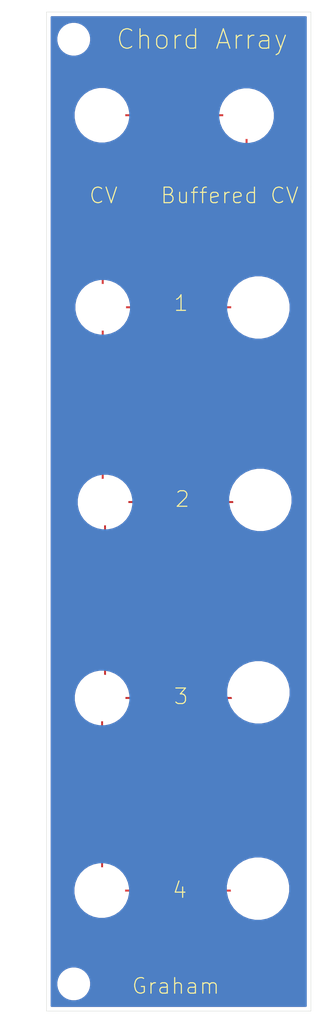
<source format=kicad_pcb>
(kicad_pcb (version 20171130) (host pcbnew 5.1.6-1.fc31)

  (general
    (thickness 1.6)
    (drawings 20)
    (tracks 21)
    (zones 0)
    (modules 12)
    (nets 1)
  )

  (page A4)
  (layers
    (0 F.Cu signal)
    (31 B.Cu signal)
    (32 B.Adhes user)
    (33 F.Adhes user)
    (34 B.Paste user)
    (35 F.Paste user)
    (36 B.SilkS user)
    (37 F.SilkS user)
    (38 B.Mask user)
    (39 F.Mask user)
    (40 Dwgs.User user)
    (41 Cmts.User user)
    (42 Eco1.User user)
    (43 Eco2.User user)
    (44 Edge.Cuts user)
    (45 Margin user)
    (46 B.CrtYd user)
    (47 F.CrtYd user)
    (48 B.Fab user)
    (49 F.Fab user)
  )

  (setup
    (last_trace_width 0.25)
    (trace_clearance 0.2)
    (zone_clearance 0.508)
    (zone_45_only no)
    (trace_min 0.2)
    (via_size 0.8)
    (via_drill 0.4)
    (via_min_size 0.4)
    (via_min_drill 0.3)
    (uvia_size 0.3)
    (uvia_drill 0.1)
    (uvias_allowed no)
    (uvia_min_size 0.2)
    (uvia_min_drill 0.1)
    (edge_width 0.05)
    (segment_width 0.2)
    (pcb_text_width 0.3)
    (pcb_text_size 1.5 1.5)
    (mod_edge_width 0.12)
    (mod_text_size 1 1)
    (mod_text_width 0.15)
    (pad_size 7 7)
    (pad_drill 7)
    (pad_to_mask_clearance 0.05)
    (aux_axis_origin 0 0)
    (grid_origin 104.5 124.5)
    (visible_elements FFFFFF7F)
    (pcbplotparams
      (layerselection 0x010f0_ffffffff)
      (usegerberextensions false)
      (usegerberattributes false)
      (usegerberadvancedattributes true)
      (creategerberjobfile false)
      (excludeedgelayer true)
      (linewidth 0.100000)
      (plotframeref false)
      (viasonmask false)
      (mode 1)
      (useauxorigin false)
      (hpglpennumber 1)
      (hpglpenspeed 20)
      (hpglpendiameter 15.000000)
      (psnegative false)
      (psa4output false)
      (plotreference true)
      (plotvalue true)
      (plotinvisibletext false)
      (padsonsilk false)
      (subtractmaskfromsilk false)
      (outputformat 1)
      (mirror false)
      (drillshape 0)
      (scaleselection 1)
      (outputdirectory "gerbers/faceplate/"))
  )

  (net 0 "")

  (net_class Default "This is the default net class."
    (clearance 0.2)
    (trace_width 0.25)
    (via_dia 0.8)
    (via_drill 0.4)
    (uvia_dia 0.3)
    (uvia_drill 0.1)
  )

  (module MountingHole:MountingHole_3.2mm_M3 (layer F.Cu) (tedit 56D1B4CB) (tstamp 5EEC024D)
    (at 122 34.5)
    (descr "Mounting Hole 3.2mm, no annular, M3")
    (tags "mounting hole 3.2mm no annular m3")
    (attr virtual)
    (fp_text reference REF** (at 0 -4.2) (layer F.Fab)
      (effects (font (size 1 1) (thickness 0.15)))
    )
    (fp_text value MountingHole_3.2mm_M3 (at 0 4.2) (layer F.Fab)
      (effects (font (size 1 1) (thickness 0.15)))
    )
    (fp_circle (center 0 0) (end 3.2 0) (layer Cmts.User) (width 0.15))
    (fp_circle (center 0 0) (end 3.45 0) (layer F.CrtYd) (width 0.05))
    (fp_text user %R (at 0.3 0) (layer F.Fab)
      (effects (font (size 1 1) (thickness 0.15)))
    )
    (pad 1 np_thru_hole circle (at 0 0) (size 3.2 3.2) (drill 3.2) (layers *.Cu *.Mask))
  )

  (module MountingHole:MountingHole_3.2mm_M3 (layer F.Cu) (tedit 56D1B4CB) (tstamp 5EEC05F9)
    (at 122 156)
    (descr "Mounting Hole 3.2mm, no annular, M3")
    (tags "mounting hole 3.2mm no annular m3")
    (attr virtual)
    (fp_text reference REF** (at 0 -4.2) (layer F.Fab)
      (effects (font (size 1 1) (thickness 0.15)))
    )
    (fp_text value MountingHole_3.2mm_M3 (at 0 4.2) (layer F.Fab)
      (effects (font (size 1 1) (thickness 0.15)))
    )
    (fp_circle (center 0 0) (end 3.2 0) (layer Cmts.User) (width 0.15))
    (fp_circle (center 0 0) (end 3.45 0) (layer F.CrtYd) (width 0.05))
    (fp_text user %R (at 0.3 0) (layer F.Fab)
      (effects (font (size 1 1) (thickness 0.15)))
    )
    (pad 1 np_thru_hole circle (at 0 0) (size 3.2 3.2) (drill 3.2) (layers *.Cu *.Mask))
  )

  (module MountingHole:MountingHole_6.4mm_M6 (layer F.Cu) (tedit 5EEBB9D8) (tstamp 5EEBFE64)
    (at 145.7 143.75)
    (descr "Mounting Hole 6.4mm, no annular, M6")
    (tags "mounting hole 6.4mm no annular m6")
    (attr virtual)
    (fp_text reference REF** (at 0 -7.4) (layer F.Fab)
      (effects (font (size 1 1) (thickness 0.15)))
    )
    (fp_text value MountingHole_6.4mm_M6 (at 0 7.4) (layer F.Fab)
      (effects (font (size 1 1) (thickness 0.15)))
    )
    (fp_circle (center 0 0) (end 6.4 0) (layer Cmts.User) (width 0.15))
    (fp_circle (center 0 0) (end 6.65 0) (layer F.CrtYd) (width 0.05))
    (fp_text user %R (at 0.3 0) (layer F.Fab)
      (effects (font (size 1 1) (thickness 0.15)))
    )
    (pad "" np_thru_hole circle (at 0 0) (size 7 7) (drill 7) (layers *.Cu *.Mask))
  )

  (module MountingHole:MountingHole_6.4mm_M6 (layer F.Cu) (tedit 5EEBB9D2) (tstamp 5EEBFDB9)
    (at 145.75 118.5)
    (descr "Mounting Hole 6.4mm, no annular, M6")
    (tags "mounting hole 6.4mm no annular m6")
    (attr virtual)
    (fp_text reference REF** (at 0 -7.4) (layer F.Fab)
      (effects (font (size 1 1) (thickness 0.15)))
    )
    (fp_text value MountingHole_6.4mm_M6 (at 0 7.4) (layer F.Fab)
      (effects (font (size 1 1) (thickness 0.15)))
    )
    (fp_circle (center 0 0) (end 6.4 0) (layer Cmts.User) (width 0.15))
    (fp_circle (center 0 0) (end 6.65 0) (layer F.CrtYd) (width 0.05))
    (fp_text user %R (at 0.3 0) (layer F.Fab)
      (effects (font (size 1 1) (thickness 0.15)))
    )
    (pad "" np_thru_hole circle (at 0 0) (size 7 7) (drill 7) (layers *.Cu *.Mask))
  )

  (module MountingHole:MountingHole_6.4mm_M6 (layer F.Cu) (tedit 5EEBB9CB) (tstamp 5EEBFDB9)
    (at 146 93.75)
    (descr "Mounting Hole 6.4mm, no annular, M6")
    (tags "mounting hole 6.4mm no annular m6")
    (attr virtual)
    (fp_text reference REF** (at 0 -7.4) (layer F.Fab)
      (effects (font (size 1 1) (thickness 0.15)))
    )
    (fp_text value MountingHole_6.4mm_M6 (at 0 7.4) (layer F.Fab)
      (effects (font (size 1 1) (thickness 0.15)))
    )
    (fp_circle (center 0 0) (end 6.4 0) (layer Cmts.User) (width 0.15))
    (fp_circle (center 0 0) (end 6.65 0) (layer F.CrtYd) (width 0.05))
    (fp_text user %R (at 0.3 0) (layer F.Fab)
      (effects (font (size 1 1) (thickness 0.15)))
    )
    (pad "" np_thru_hole circle (at 0 0) (size 7 7) (drill 7) (layers *.Cu *.Mask))
  )

  (module MountingHole:MountingHole_6.4mm_M6 (layer F.Cu) (tedit 5EEBB9C4) (tstamp 5EEBFCDC)
    (at 145.75 69)
    (descr "Mounting Hole 6.4mm, no annular, M6")
    (tags "mounting hole 6.4mm no annular m6")
    (attr virtual)
    (fp_text reference REF** (at 0 -7.4) (layer F.Fab)
      (effects (font (size 1 1) (thickness 0.15)))
    )
    (fp_text value MountingHole_6.4mm_M6 (at 0 7.4) (layer F.Fab)
      (effects (font (size 1 1) (thickness 0.15)))
    )
    (fp_circle (center 0 0) (end 6.4 0) (layer Cmts.User) (width 0.15))
    (fp_circle (center 0 0) (end 6.65 0) (layer F.CrtYd) (width 0.05))
    (fp_text user %R (at 0.3 0) (layer F.Fab)
      (effects (font (size 1 1) (thickness 0.15)))
    )
    (pad "" np_thru_hole circle (at 0 0) (size 7 7) (drill 7) (layers *.Cu *.Mask))
  )

  (module MountingHole:MountingHole_6.4mm_M6 (layer F.Cu) (tedit 5EEB97CD) (tstamp 5EEBFC07)
    (at 144.225 44.325)
    (descr "Mounting Hole 6.4mm, no annular, M6")
    (tags "mounting hole 6.4mm no annular m6")
    (attr virtual)
    (fp_text reference REF** (at 0 -7.4) (layer F.Fab)
      (effects (font (size 1 1) (thickness 0.15)))
    )
    (fp_text value MountingHole_6.4mm_M6 (at 0 7.4) (layer F.Fab)
      (effects (font (size 1 1) (thickness 0.15)))
    )
    (fp_circle (center 0 0) (end 6.4 0) (layer Cmts.User) (width 0.15))
    (fp_circle (center 0 0) (end 6.65 0) (layer F.CrtYd) (width 0.05))
    (fp_text user %R (at 0.3 0) (layer F.Fab)
      (effects (font (size 1 1) (thickness 0.15)))
    )
    (pad "" np_thru_hole circle (at 0 0) (size 6 6) (drill 6) (layers *.Cu *.Mask))
  )

  (module MountingHole:MountingHole_6.4mm_M6 (layer F.Cu) (tedit 5EEB97CD) (tstamp 5EEBFC07)
    (at 125.625 44.275)
    (descr "Mounting Hole 6.4mm, no annular, M6")
    (tags "mounting hole 6.4mm no annular m6")
    (attr virtual)
    (fp_text reference REF** (at 0 -7.4) (layer F.Fab)
      (effects (font (size 1 1) (thickness 0.15)))
    )
    (fp_text value MountingHole_6.4mm_M6 (at 0 7.4) (layer F.Fab)
      (effects (font (size 1 1) (thickness 0.15)))
    )
    (fp_circle (center 0 0) (end 6.4 0) (layer Cmts.User) (width 0.15))
    (fp_circle (center 0 0) (end 6.65 0) (layer F.CrtYd) (width 0.05))
    (fp_text user %R (at 0.3 0) (layer F.Fab)
      (effects (font (size 1 1) (thickness 0.15)))
    )
    (pad "" np_thru_hole circle (at 0 0) (size 6 6) (drill 6) (layers *.Cu *.Mask))
  )

  (module MountingHole:MountingHole_6.4mm_M6 (layer F.Cu) (tedit 5EEBB9BA) (tstamp 5EEBFC07)
    (at 125.725 68.975)
    (descr "Mounting Hole 6.4mm, no annular, M6")
    (tags "mounting hole 6.4mm no annular m6")
    (attr virtual)
    (fp_text reference REF** (at 0 -7.4) (layer F.Fab)
      (effects (font (size 1 1) (thickness 0.15)))
    )
    (fp_text value MountingHole_6.4mm_M6 (at 0 7.4) (layer F.Fab)
      (effects (font (size 1 1) (thickness 0.15)))
    )
    (fp_circle (center 0 0) (end 6.4 0) (layer Cmts.User) (width 0.15))
    (fp_circle (center 0 0) (end 6.65 0) (layer F.CrtYd) (width 0.05))
    (fp_text user %R (at 0.3 0) (layer F.Fab)
      (effects (font (size 1 1) (thickness 0.15)))
    )
    (pad "" np_thru_hole circle (at 0 0) (size 6 6) (drill 6) (layers *.Cu *.Mask))
  )

  (module MountingHole:MountingHole_6.4mm_M6 (layer F.Cu) (tedit 5EEB97CD) (tstamp 5EEBFC07)
    (at 126.025 94.025)
    (descr "Mounting Hole 6.4mm, no annular, M6")
    (tags "mounting hole 6.4mm no annular m6")
    (attr virtual)
    (fp_text reference REF** (at 0 -7.4) (layer F.Fab)
      (effects (font (size 1 1) (thickness 0.15)))
    )
    (fp_text value MountingHole_6.4mm_M6 (at 0 7.4) (layer F.Fab)
      (effects (font (size 1 1) (thickness 0.15)))
    )
    (fp_circle (center 0 0) (end 6.4 0) (layer Cmts.User) (width 0.15))
    (fp_circle (center 0 0) (end 6.65 0) (layer F.CrtYd) (width 0.05))
    (fp_text user %R (at 0.3 0) (layer F.Fab)
      (effects (font (size 1 1) (thickness 0.15)))
    )
    (pad "" np_thru_hole circle (at 0 0) (size 6 6) (drill 6) (layers *.Cu *.Mask))
  )

  (module MountingHole:MountingHole_6.4mm_M6 (layer F.Cu) (tedit 5EEB97CD) (tstamp 5EEBFC07)
    (at 125.65 119.225)
    (descr "Mounting Hole 6.4mm, no annular, M6")
    (tags "mounting hole 6.4mm no annular m6")
    (attr virtual)
    (fp_text reference REF** (at 0 -7.4) (layer F.Fab)
      (effects (font (size 1 1) (thickness 0.15)))
    )
    (fp_text value MountingHole_6.4mm_M6 (at 0 7.4) (layer F.Fab)
      (effects (font (size 1 1) (thickness 0.15)))
    )
    (fp_circle (center 0 0) (end 6.4 0) (layer Cmts.User) (width 0.15))
    (fp_circle (center 0 0) (end 6.65 0) (layer F.CrtYd) (width 0.05))
    (fp_text user %R (at 0.3 0) (layer F.Fab)
      (effects (font (size 1 1) (thickness 0.15)))
    )
    (pad "" np_thru_hole circle (at 0 0) (size 6 6) (drill 6) (layers *.Cu *.Mask))
  )

  (module MountingHole:MountingHole_6.4mm_M6 (layer F.Cu) (tedit 5EEB97CD) (tstamp 5EEBFBB8)
    (at 125.6 144)
    (descr "Mounting Hole 6.4mm, no annular, M6")
    (tags "mounting hole 6.4mm no annular m6")
    (attr virtual)
    (fp_text reference REF** (at 0 -7.4) (layer F.Fab)
      (effects (font (size 1 1) (thickness 0.15)))
    )
    (fp_text value MountingHole_6.4mm_M6 (at 0 7.4) (layer F.Fab)
      (effects (font (size 1 1) (thickness 0.15)))
    )
    (fp_circle (center 0 0) (end 6.4 0) (layer Cmts.User) (width 0.15))
    (fp_circle (center 0 0) (end 6.65 0) (layer F.CrtYd) (width 0.05))
    (fp_text user %R (at 0.3 0) (layer F.Fab)
      (effects (font (size 1 1) (thickness 0.15)))
    )
    (pad "" np_thru_hole circle (at 0 0) (size 6 6) (drill 6) (layers *.Cu *.Mask))
  )

  (gr_text 4 (at 135.625 143.95) (layer F.SilkS)
    (effects (font (size 2 2) (thickness 0.15)))
  )
  (gr_text 3 (at 135.8 119.025) (layer F.SilkS)
    (effects (font (size 2 2) (thickness 0.15)))
  )
  (gr_text 2 (at 135.975 93.65) (layer F.SilkS)
    (effects (font (size 2 2) (thickness 0.15)))
  )
  (gr_text 1 (at 135.8 68.45) (layer F.SilkS)
    (effects (font (size 2 2) (thickness 0.15)))
  )
  (gr_text "Buffered CV\n" (at 142.05 54.6) (layer F.SilkS)
    (effects (font (size 2 2) (thickness 0.15)))
  )
  (gr_text CV (at 125.825 54.6) (layer F.SilkS)
    (effects (font (size 2 2) (thickness 0.15)))
  )
  (gr_text Graham (at 135.125 156.275) (layer F.SilkS)
    (effects (font (size 2 2) (thickness 0.15)))
  )
  (gr_text "Chord Array" (at 138.5 34.5) (layer F.SilkS)
    (effects (font (size 2.5 2.5) (thickness 0.15)))
  )
  (gr_line (start 152.5 31) (end 152.5 39) (layer Edge.Cuts) (width 0.05) (tstamp 5EEAE0BC))
  (gr_line (start 118.5 31) (end 118.5 39) (layer Edge.Cuts) (width 0.05) (tstamp 5EEAE09E))
  (gr_line (start 152.5 31) (end 118.5 31) (layer Edge.Cuts) (width 0.05))
  (gr_line (start 152.5 151.5) (end 152.5 159.5) (layer Edge.Cuts) (width 0.05) (tstamp 5EEAE07D))
  (gr_line (start 118.5 159.5) (end 118.5 151.5) (layer Edge.Cuts) (width 0.05) (tstamp 5EEAE079))
  (gr_line (start 152.5 159.5) (end 118.5 159.5) (layer Edge.Cuts) (width 0.05))
  (gr_line (start 118.5 53.5) (end 118.5 39) (layer Edge.Cuts) (width 0.05))
  (gr_line (start 152.5 53.5) (end 152.5 39) (layer Edge.Cuts) (width 0.05))
  (gr_line (start 152.5 134.5) (end 152.5 151.5) (layer Edge.Cuts) (width 0.05))
  (gr_line (start 118.5 134.5) (end 118.5 151.5) (layer Edge.Cuts) (width 0.05) (tstamp 5EEAD815))
  (gr_line (start 118.5 134.5) (end 118.5 53.5) (layer Edge.Cuts) (width 0.05))
  (gr_line (start 152.5 134.5) (end 152.5 53.5) (layer Edge.Cuts) (width 0.05))

  (segment (start 144.175 44.275) (end 144.225 44.325) (width 0.25) (layer F.Cu) (net 0))
  (segment (start 125.625 44.275) (end 144.175 44.275) (width 0.25) (layer F.Cu) (net 0))
  (segment (start 145.725 68.975) (end 145.75 69) (width 0.25) (layer F.Cu) (net 0))
  (segment (start 125.725 68.975) (end 145.725 68.975) (width 0.25) (layer F.Cu) (net 0))
  (segment (start 145.725 94.025) (end 146 93.75) (width 0.25) (layer F.Cu) (net 0))
  (segment (start 126.025 94.025) (end 145.725 94.025) (width 0.25) (layer F.Cu) (net 0))
  (segment (start 145.025 119.225) (end 145.75 118.5) (width 0.25) (layer F.Cu) (net 0))
  (segment (start 125.65 119.225) (end 145.025 119.225) (width 0.25) (layer F.Cu) (net 0))
  (segment (start 145.45 144) (end 145.7 143.75) (width 0.25) (layer F.Cu) (net 0))
  (segment (start 125.6 144) (end 145.45 144) (width 0.25) (layer F.Cu) (net 0))
  (segment (start 144.225 44.325) (end 144.225 51.755) (width 0.25) (layer F.Cu) (net 0))
  (segment (start 144.225 51.755) (end 138.79 57.19) (width 0.25) (layer F.Cu) (net 0))
  (segment (start 138.79 57.19) (end 131.17 57.19) (width 0.25) (layer F.Cu) (net 0))
  (segment (start 125.725 62.635) (end 125.725 68.975) (width 0.25) (layer F.Cu) (net 0))
  (segment (start 131.17 57.19) (end 125.725 62.635) (width 0.25) (layer F.Cu) (net 0))
  (segment (start 125.725 93.725) (end 126.025 94.025) (width 0.25) (layer F.Cu) (net 0))
  (segment (start 125.725 68.975) (end 125.725 93.725) (width 0.25) (layer F.Cu) (net 0))
  (segment (start 126.025 118.85) (end 125.65 119.225) (width 0.25) (layer F.Cu) (net 0))
  (segment (start 126.025 94.025) (end 126.025 118.85) (width 0.25) (layer F.Cu) (net 0))
  (segment (start 125.65 143.95) (end 125.6 144) (width 0.25) (layer F.Cu) (net 0))
  (segment (start 125.65 119.225) (end 125.65 143.95) (width 0.25) (layer F.Cu) (net 0))

  (zone (net 0) (net_name "") (layer F.Cu) (tstamp 0) (hatch edge 0.508)
    (connect_pads (clearance 0.508))
    (min_thickness 0.254)
    (fill yes (arc_segments 32) (thermal_gap 0.508) (thermal_bridge_width 0.508))
    (polygon
      (pts
        (xy 152.125 159.425) (xy 118.47 159.425) (xy 118.47 31.155) (xy 152.125 31.155)
      )
    )
    (filled_polygon
      (pts
        (xy 151.840001 38.967581) (xy 151.84 53.532418) (xy 151.840001 53.532428) (xy 151.84 134.467581) (xy 151.84 134.467582)
        (xy 151.840001 151.467572) (xy 151.84 151.467582) (xy 151.840001 158.84) (xy 119.16 158.84) (xy 119.16 155.779872)
        (xy 119.765 155.779872) (xy 119.765 156.220128) (xy 119.85089 156.651925) (xy 120.019369 157.058669) (xy 120.263962 157.424729)
        (xy 120.575271 157.736038) (xy 120.941331 157.980631) (xy 121.348075 158.14911) (xy 121.779872 158.235) (xy 122.220128 158.235)
        (xy 122.651925 158.14911) (xy 123.058669 157.980631) (xy 123.424729 157.736038) (xy 123.736038 157.424729) (xy 123.980631 157.058669)
        (xy 124.14911 156.651925) (xy 124.235 156.220128) (xy 124.235 155.779872) (xy 124.14911 155.348075) (xy 123.980631 154.941331)
        (xy 123.736038 154.575271) (xy 123.424729 154.263962) (xy 123.058669 154.019369) (xy 122.651925 153.85089) (xy 122.220128 153.765)
        (xy 121.779872 153.765) (xy 121.348075 153.85089) (xy 120.941331 154.019369) (xy 120.575271 154.263962) (xy 120.263962 154.575271)
        (xy 120.019369 154.941331) (xy 119.85089 155.348075) (xy 119.765 155.779872) (xy 119.16 155.779872) (xy 119.16 143.641984)
        (xy 121.965 143.641984) (xy 121.965 144.358016) (xy 122.104691 145.06029) (xy 122.378705 145.721818) (xy 122.776511 146.317177)
        (xy 123.282823 146.823489) (xy 123.878182 147.221295) (xy 124.53971 147.495309) (xy 125.241984 147.635) (xy 125.958016 147.635)
        (xy 126.66029 147.495309) (xy 127.321818 147.221295) (xy 127.917177 146.823489) (xy 128.423489 146.317177) (xy 128.821295 145.721818)
        (xy 129.095309 145.06029) (xy 129.15504 144.76) (xy 141.684892 144.76) (xy 141.723906 144.956135) (xy 142.035611 145.708657)
        (xy 142.488136 146.385909) (xy 143.064091 146.961864) (xy 143.741343 147.414389) (xy 144.493865 147.726094) (xy 145.292738 147.885)
        (xy 146.107262 147.885) (xy 146.906135 147.726094) (xy 147.658657 147.414389) (xy 148.335909 146.961864) (xy 148.911864 146.385909)
        (xy 149.364389 145.708657) (xy 149.676094 144.956135) (xy 149.835 144.157262) (xy 149.835 143.342738) (xy 149.676094 142.543865)
        (xy 149.364389 141.791343) (xy 148.911864 141.114091) (xy 148.335909 140.538136) (xy 147.658657 140.085611) (xy 146.906135 139.773906)
        (xy 146.107262 139.615) (xy 145.292738 139.615) (xy 144.493865 139.773906) (xy 143.741343 140.085611) (xy 143.064091 140.538136)
        (xy 142.488136 141.114091) (xy 142.035611 141.791343) (xy 141.723906 142.543865) (xy 141.585436 143.24) (xy 129.15504 143.24)
        (xy 129.095309 142.93971) (xy 128.821295 142.278182) (xy 128.423489 141.682823) (xy 127.917177 141.176511) (xy 127.321818 140.778705)
        (xy 126.66029 140.504691) (xy 126.41 140.454905) (xy 126.41 122.78004) (xy 126.71029 122.720309) (xy 127.371818 122.446295)
        (xy 127.967177 122.048489) (xy 128.473489 121.542177) (xy 128.871295 120.946818) (xy 129.145309 120.28529) (xy 129.20504 119.985)
        (xy 141.889416 119.985) (xy 142.085611 120.458657) (xy 142.538136 121.135909) (xy 143.114091 121.711864) (xy 143.791343 122.164389)
        (xy 144.543865 122.476094) (xy 145.342738 122.635) (xy 146.157262 122.635) (xy 146.956135 122.476094) (xy 147.708657 122.164389)
        (xy 148.385909 121.711864) (xy 148.961864 121.135909) (xy 149.414389 120.458657) (xy 149.726094 119.706135) (xy 149.885 118.907262)
        (xy 149.885 118.092738) (xy 149.726094 117.293865) (xy 149.414389 116.541343) (xy 148.961864 115.864091) (xy 148.385909 115.288136)
        (xy 147.708657 114.835611) (xy 146.956135 114.523906) (xy 146.157262 114.365) (xy 145.342738 114.365) (xy 144.543865 114.523906)
        (xy 143.791343 114.835611) (xy 143.114091 115.288136) (xy 142.538136 115.864091) (xy 142.085611 116.541343) (xy 141.773906 117.293865)
        (xy 141.615 118.092738) (xy 141.615 118.465) (xy 129.20504 118.465) (xy 129.145309 118.16471) (xy 128.871295 117.503182)
        (xy 128.473489 116.907823) (xy 127.967177 116.401511) (xy 127.371818 116.003705) (xy 126.785 115.760637) (xy 126.785 97.58004)
        (xy 127.08529 97.520309) (xy 127.746818 97.246295) (xy 128.342177 96.848489) (xy 128.848489 96.342177) (xy 129.246295 95.746818)
        (xy 129.520309 95.08529) (xy 129.58004 94.785) (xy 141.989865 94.785) (xy 142.023906 94.956135) (xy 142.335611 95.708657)
        (xy 142.788136 96.385909) (xy 143.364091 96.961864) (xy 144.041343 97.414389) (xy 144.793865 97.726094) (xy 145.592738 97.885)
        (xy 146.407262 97.885) (xy 147.206135 97.726094) (xy 147.958657 97.414389) (xy 148.635909 96.961864) (xy 149.211864 96.385909)
        (xy 149.664389 95.708657) (xy 149.976094 94.956135) (xy 150.135 94.157262) (xy 150.135 93.342738) (xy 149.976094 92.543865)
        (xy 149.664389 91.791343) (xy 149.211864 91.114091) (xy 148.635909 90.538136) (xy 147.958657 90.085611) (xy 147.206135 89.773906)
        (xy 146.407262 89.615) (xy 145.592738 89.615) (xy 144.793865 89.773906) (xy 144.041343 90.085611) (xy 143.364091 90.538136)
        (xy 142.788136 91.114091) (xy 142.335611 91.791343) (xy 142.023906 92.543865) (xy 141.880463 93.265) (xy 129.58004 93.265)
        (xy 129.520309 92.96471) (xy 129.246295 92.303182) (xy 128.848489 91.707823) (xy 128.342177 91.201511) (xy 127.746818 90.803705)
        (xy 127.08529 90.529691) (xy 126.485 90.410286) (xy 126.485 72.53004) (xy 126.78529 72.470309) (xy 127.446818 72.196295)
        (xy 128.042177 71.798489) (xy 128.548489 71.292177) (xy 128.946295 70.696818) (xy 129.220309 70.03529) (xy 129.28004 69.735)
        (xy 141.680191 69.735) (xy 141.773906 70.206135) (xy 142.085611 70.958657) (xy 142.538136 71.635909) (xy 143.114091 72.211864)
        (xy 143.791343 72.664389) (xy 144.543865 72.976094) (xy 145.342738 73.135) (xy 146.157262 73.135) (xy 146.956135 72.976094)
        (xy 147.708657 72.664389) (xy 148.385909 72.211864) (xy 148.961864 71.635909) (xy 149.414389 70.958657) (xy 149.726094 70.206135)
        (xy 149.885 69.407262) (xy 149.885 68.592738) (xy 149.726094 67.793865) (xy 149.414389 67.041343) (xy 148.961864 66.364091)
        (xy 148.385909 65.788136) (xy 147.708657 65.335611) (xy 146.956135 65.023906) (xy 146.157262 64.865) (xy 145.342738 64.865)
        (xy 144.543865 65.023906) (xy 143.791343 65.335611) (xy 143.114091 65.788136) (xy 142.538136 66.364091) (xy 142.085611 67.041343)
        (xy 141.773906 67.793865) (xy 141.690137 68.215) (xy 129.28004 68.215) (xy 129.220309 67.91471) (xy 128.946295 67.253182)
        (xy 128.548489 66.657823) (xy 128.042177 66.151511) (xy 127.446818 65.753705) (xy 126.78529 65.479691) (xy 126.485 65.41996)
        (xy 126.485 62.949801) (xy 131.484802 57.95) (xy 138.752678 57.95) (xy 138.79 57.953676) (xy 138.827322 57.95)
        (xy 138.827333 57.95) (xy 138.938986 57.939003) (xy 139.082247 57.895546) (xy 139.214276 57.824974) (xy 139.330001 57.730001)
        (xy 139.353804 57.700997) (xy 144.736003 52.318799) (xy 144.765001 52.295001) (xy 144.859974 52.179276) (xy 144.930546 52.047247)
        (xy 144.974003 51.903986) (xy 144.985 51.792333) (xy 144.985 51.792325) (xy 144.988676 51.755) (xy 144.985 51.717675)
        (xy 144.985 47.88004) (xy 145.28529 47.820309) (xy 145.946818 47.546295) (xy 146.542177 47.148489) (xy 147.048489 46.642177)
        (xy 147.446295 46.046818) (xy 147.720309 45.38529) (xy 147.86 44.683016) (xy 147.86 43.966984) (xy 147.720309 43.26471)
        (xy 147.446295 42.603182) (xy 147.048489 42.007823) (xy 146.542177 41.501511) (xy 145.946818 41.103705) (xy 145.28529 40.829691)
        (xy 144.583016 40.69) (xy 143.866984 40.69) (xy 143.16471 40.829691) (xy 142.503182 41.103705) (xy 141.907823 41.501511)
        (xy 141.401511 42.007823) (xy 141.003705 42.603182) (xy 140.729691 43.26471) (xy 140.679905 43.515) (xy 129.18004 43.515)
        (xy 129.120309 43.21471) (xy 128.846295 42.553182) (xy 128.448489 41.957823) (xy 127.942177 41.451511) (xy 127.346818 41.053705)
        (xy 126.68529 40.779691) (xy 125.983016 40.64) (xy 125.266984 40.64) (xy 124.56471 40.779691) (xy 123.903182 41.053705)
        (xy 123.307823 41.451511) (xy 122.801511 41.957823) (xy 122.403705 42.553182) (xy 122.129691 43.21471) (xy 121.99 43.916984)
        (xy 121.99 44.633016) (xy 122.129691 45.33529) (xy 122.403705 45.996818) (xy 122.801511 46.592177) (xy 123.307823 47.098489)
        (xy 123.903182 47.496295) (xy 124.56471 47.770309) (xy 125.266984 47.91) (xy 125.983016 47.91) (xy 126.68529 47.770309)
        (xy 127.346818 47.496295) (xy 127.942177 47.098489) (xy 128.448489 46.592177) (xy 128.846295 45.996818) (xy 129.120309 45.33529)
        (xy 129.18004 45.035) (xy 140.660014 45.035) (xy 140.729691 45.38529) (xy 141.003705 46.046818) (xy 141.401511 46.642177)
        (xy 141.907823 47.148489) (xy 142.503182 47.546295) (xy 143.16471 47.820309) (xy 143.465 47.88004) (xy 143.465001 51.440197)
        (xy 138.475199 56.43) (xy 131.207323 56.43) (xy 131.17 56.426324) (xy 131.132677 56.43) (xy 131.132667 56.43)
        (xy 131.021014 56.440997) (xy 130.877753 56.484454) (xy 130.745724 56.555026) (xy 130.629999 56.649999) (xy 130.606201 56.678997)
        (xy 125.214003 62.071196) (xy 125.184999 62.094999) (xy 125.129871 62.162174) (xy 125.090026 62.210724) (xy 125.019455 62.342753)
        (xy 125.019454 62.342754) (xy 124.975997 62.486015) (xy 124.965 62.597668) (xy 124.965 62.597678) (xy 124.961324 62.635)
        (xy 124.965 62.672323) (xy 124.965 65.41996) (xy 124.66471 65.479691) (xy 124.003182 65.753705) (xy 123.407823 66.151511)
        (xy 122.901511 66.657823) (xy 122.503705 67.253182) (xy 122.229691 67.91471) (xy 122.09 68.616984) (xy 122.09 69.333016)
        (xy 122.229691 70.03529) (xy 122.503705 70.696818) (xy 122.901511 71.292177) (xy 123.407823 71.798489) (xy 124.003182 72.196295)
        (xy 124.66471 72.470309) (xy 124.965 72.53004) (xy 124.965001 90.529633) (xy 124.96471 90.529691) (xy 124.303182 90.803705)
        (xy 123.707823 91.201511) (xy 123.201511 91.707823) (xy 122.803705 92.303182) (xy 122.529691 92.96471) (xy 122.39 93.666984)
        (xy 122.39 94.383016) (xy 122.529691 95.08529) (xy 122.803705 95.746818) (xy 123.201511 96.342177) (xy 123.707823 96.848489)
        (xy 124.303182 97.246295) (xy 124.96471 97.520309) (xy 125.265 97.58004) (xy 125.265001 115.595367) (xy 124.58971 115.729691)
        (xy 123.928182 116.003705) (xy 123.332823 116.401511) (xy 122.826511 116.907823) (xy 122.428705 117.503182) (xy 122.154691 118.16471)
        (xy 122.015 118.866984) (xy 122.015 119.583016) (xy 122.154691 120.28529) (xy 122.428705 120.946818) (xy 122.826511 121.542177)
        (xy 123.332823 122.048489) (xy 123.928182 122.446295) (xy 124.58971 122.720309) (xy 124.89 122.78004) (xy 124.890001 140.435014)
        (xy 124.53971 140.504691) (xy 123.878182 140.778705) (xy 123.282823 141.176511) (xy 122.776511 141.682823) (xy 122.378705 142.278182)
        (xy 122.104691 142.93971) (xy 121.965 143.641984) (xy 119.16 143.641984) (xy 119.16 34.279872) (xy 119.765 34.279872)
        (xy 119.765 34.720128) (xy 119.85089 35.151925) (xy 120.019369 35.558669) (xy 120.263962 35.924729) (xy 120.575271 36.236038)
        (xy 120.941331 36.480631) (xy 121.348075 36.64911) (xy 121.779872 36.735) (xy 122.220128 36.735) (xy 122.651925 36.64911)
        (xy 123.058669 36.480631) (xy 123.424729 36.236038) (xy 123.736038 35.924729) (xy 123.980631 35.558669) (xy 124.14911 35.151925)
        (xy 124.235 34.720128) (xy 124.235 34.279872) (xy 124.14911 33.848075) (xy 123.980631 33.441331) (xy 123.736038 33.075271)
        (xy 123.424729 32.763962) (xy 123.058669 32.519369) (xy 122.651925 32.35089) (xy 122.220128 32.265) (xy 121.779872 32.265)
        (xy 121.348075 32.35089) (xy 120.941331 32.519369) (xy 120.575271 32.763962) (xy 120.263962 33.075271) (xy 120.019369 33.441331)
        (xy 119.85089 33.848075) (xy 119.765 34.279872) (xy 119.16 34.279872) (xy 119.16 31.66) (xy 151.84 31.66)
      )
    )
  )
  (zone (net 0) (net_name "") (layer B.Cu) (tstamp 0) (hatch edge 0.508)
    (connect_pads (clearance 0.508))
    (min_thickness 0.254)
    (fill yes (arc_segments 32) (thermal_gap 0.508) (thermal_bridge_width 0.508))
    (polygon
      (pts
        (xy 152.125 159.425) (xy 118.47 159.425) (xy 118.47 31.155) (xy 152.125 31.155)
      )
    )
    (filled_polygon
      (pts
        (xy 151.840001 38.967581) (xy 151.84 53.532418) (xy 151.840001 53.532428) (xy 151.84 134.467581) (xy 151.84 134.467582)
        (xy 151.840001 151.467572) (xy 151.84 151.467582) (xy 151.840001 158.84) (xy 119.16 158.84) (xy 119.16 155.779872)
        (xy 119.765 155.779872) (xy 119.765 156.220128) (xy 119.85089 156.651925) (xy 120.019369 157.058669) (xy 120.263962 157.424729)
        (xy 120.575271 157.736038) (xy 120.941331 157.980631) (xy 121.348075 158.14911) (xy 121.779872 158.235) (xy 122.220128 158.235)
        (xy 122.651925 158.14911) (xy 123.058669 157.980631) (xy 123.424729 157.736038) (xy 123.736038 157.424729) (xy 123.980631 157.058669)
        (xy 124.14911 156.651925) (xy 124.235 156.220128) (xy 124.235 155.779872) (xy 124.14911 155.348075) (xy 123.980631 154.941331)
        (xy 123.736038 154.575271) (xy 123.424729 154.263962) (xy 123.058669 154.019369) (xy 122.651925 153.85089) (xy 122.220128 153.765)
        (xy 121.779872 153.765) (xy 121.348075 153.85089) (xy 120.941331 154.019369) (xy 120.575271 154.263962) (xy 120.263962 154.575271)
        (xy 120.019369 154.941331) (xy 119.85089 155.348075) (xy 119.765 155.779872) (xy 119.16 155.779872) (xy 119.16 143.641984)
        (xy 121.965 143.641984) (xy 121.965 144.358016) (xy 122.104691 145.06029) (xy 122.378705 145.721818) (xy 122.776511 146.317177)
        (xy 123.282823 146.823489) (xy 123.878182 147.221295) (xy 124.53971 147.495309) (xy 125.241984 147.635) (xy 125.958016 147.635)
        (xy 126.66029 147.495309) (xy 127.321818 147.221295) (xy 127.917177 146.823489) (xy 128.423489 146.317177) (xy 128.821295 145.721818)
        (xy 129.095309 145.06029) (xy 129.235 144.358016) (xy 129.235 143.641984) (xy 129.175477 143.342738) (xy 141.565 143.342738)
        (xy 141.565 144.157262) (xy 141.723906 144.956135) (xy 142.035611 145.708657) (xy 142.488136 146.385909) (xy 143.064091 146.961864)
        (xy 143.741343 147.414389) (xy 144.493865 147.726094) (xy 145.292738 147.885) (xy 146.107262 147.885) (xy 146.906135 147.726094)
        (xy 147.658657 147.414389) (xy 148.335909 146.961864) (xy 148.911864 146.385909) (xy 149.364389 145.708657) (xy 149.676094 144.956135)
        (xy 149.835 144.157262) (xy 149.835 143.342738) (xy 149.676094 142.543865) (xy 149.364389 141.791343) (xy 148.911864 141.114091)
        (xy 148.335909 140.538136) (xy 147.658657 140.085611) (xy 146.906135 139.773906) (xy 146.107262 139.615) (xy 145.292738 139.615)
        (xy 144.493865 139.773906) (xy 143.741343 140.085611) (xy 143.064091 140.538136) (xy 142.488136 141.114091) (xy 142.035611 141.791343)
        (xy 141.723906 142.543865) (xy 141.565 143.342738) (xy 129.175477 143.342738) (xy 129.095309 142.93971) (xy 128.821295 142.278182)
        (xy 128.423489 141.682823) (xy 127.917177 141.176511) (xy 127.321818 140.778705) (xy 126.66029 140.504691) (xy 125.958016 140.365)
        (xy 125.241984 140.365) (xy 124.53971 140.504691) (xy 123.878182 140.778705) (xy 123.282823 141.176511) (xy 122.776511 141.682823)
        (xy 122.378705 142.278182) (xy 122.104691 142.93971) (xy 121.965 143.641984) (xy 119.16 143.641984) (xy 119.16 118.866984)
        (xy 122.015 118.866984) (xy 122.015 119.583016) (xy 122.154691 120.28529) (xy 122.428705 120.946818) (xy 122.826511 121.542177)
        (xy 123.332823 122.048489) (xy 123.928182 122.446295) (xy 124.58971 122.720309) (xy 125.291984 122.86) (xy 126.008016 122.86)
        (xy 126.71029 122.720309) (xy 127.371818 122.446295) (xy 127.967177 122.048489) (xy 128.473489 121.542177) (xy 128.871295 120.946818)
        (xy 129.145309 120.28529) (xy 129.285 119.583016) (xy 129.285 118.866984) (xy 129.145309 118.16471) (xy 129.115498 118.092738)
        (xy 141.615 118.092738) (xy 141.615 118.907262) (xy 141.773906 119.706135) (xy 142.085611 120.458657) (xy 142.538136 121.135909)
        (xy 143.114091 121.711864) (xy 143.791343 122.164389) (xy 144.543865 122.476094) (xy 145.342738 122.635) (xy 146.157262 122.635)
        (xy 146.956135 122.476094) (xy 147.708657 122.164389) (xy 148.385909 121.711864) (xy 148.961864 121.135909) (xy 149.414389 120.458657)
        (xy 149.726094 119.706135) (xy 149.885 118.907262) (xy 149.885 118.092738) (xy 149.726094 117.293865) (xy 149.414389 116.541343)
        (xy 148.961864 115.864091) (xy 148.385909 115.288136) (xy 147.708657 114.835611) (xy 146.956135 114.523906) (xy 146.157262 114.365)
        (xy 145.342738 114.365) (xy 144.543865 114.523906) (xy 143.791343 114.835611) (xy 143.114091 115.288136) (xy 142.538136 115.864091)
        (xy 142.085611 116.541343) (xy 141.773906 117.293865) (xy 141.615 118.092738) (xy 129.115498 118.092738) (xy 128.871295 117.503182)
        (xy 128.473489 116.907823) (xy 127.967177 116.401511) (xy 127.371818 116.003705) (xy 126.71029 115.729691) (xy 126.008016 115.59)
        (xy 125.291984 115.59) (xy 124.58971 115.729691) (xy 123.928182 116.003705) (xy 123.332823 116.401511) (xy 122.826511 116.907823)
        (xy 122.428705 117.503182) (xy 122.154691 118.16471) (xy 122.015 118.866984) (xy 119.16 118.866984) (xy 119.16 93.666984)
        (xy 122.39 93.666984) (xy 122.39 94.383016) (xy 122.529691 95.08529) (xy 122.803705 95.746818) (xy 123.201511 96.342177)
        (xy 123.707823 96.848489) (xy 124.303182 97.246295) (xy 124.96471 97.520309) (xy 125.666984 97.66) (xy 126.383016 97.66)
        (xy 127.08529 97.520309) (xy 127.746818 97.246295) (xy 128.342177 96.848489) (xy 128.848489 96.342177) (xy 129.246295 95.746818)
        (xy 129.520309 95.08529) (xy 129.66 94.383016) (xy 129.66 93.666984) (xy 129.595504 93.342738) (xy 141.865 93.342738)
        (xy 141.865 94.157262) (xy 142.023906 94.956135) (xy 142.335611 95.708657) (xy 142.788136 96.385909) (xy 143.364091 96.961864)
        (xy 144.041343 97.414389) (xy 144.793865 97.726094) (xy 145.592738 97.885) (xy 146.407262 97.885) (xy 147.206135 97.726094)
        (xy 147.958657 97.414389) (xy 148.635909 96.961864) (xy 149.211864 96.385909) (xy 149.664389 95.708657) (xy 149.976094 94.956135)
        (xy 150.135 94.157262) (xy 150.135 93.342738) (xy 149.976094 92.543865) (xy 149.664389 91.791343) (xy 149.211864 91.114091)
        (xy 148.635909 90.538136) (xy 147.958657 90.085611) (xy 147.206135 89.773906) (xy 146.407262 89.615) (xy 145.592738 89.615)
        (xy 144.793865 89.773906) (xy 144.041343 90.085611) (xy 143.364091 90.538136) (xy 142.788136 91.114091) (xy 142.335611 91.791343)
        (xy 142.023906 92.543865) (xy 141.865 93.342738) (xy 129.595504 93.342738) (xy 129.520309 92.96471) (xy 129.246295 92.303182)
        (xy 128.848489 91.707823) (xy 128.342177 91.201511) (xy 127.746818 90.803705) (xy 127.08529 90.529691) (xy 126.383016 90.39)
        (xy 125.666984 90.39) (xy 124.96471 90.529691) (xy 124.303182 90.803705) (xy 123.707823 91.201511) (xy 123.201511 91.707823)
        (xy 122.803705 92.303182) (xy 122.529691 92.96471) (xy 122.39 93.666984) (xy 119.16 93.666984) (xy 119.16 68.616984)
        (xy 122.09 68.616984) (xy 122.09 69.333016) (xy 122.229691 70.03529) (xy 122.503705 70.696818) (xy 122.901511 71.292177)
        (xy 123.407823 71.798489) (xy 124.003182 72.196295) (xy 124.66471 72.470309) (xy 125.366984 72.61) (xy 126.083016 72.61)
        (xy 126.78529 72.470309) (xy 127.446818 72.196295) (xy 128.042177 71.798489) (xy 128.548489 71.292177) (xy 128.946295 70.696818)
        (xy 129.220309 70.03529) (xy 129.36 69.333016) (xy 129.36 68.616984) (xy 129.355178 68.592738) (xy 141.615 68.592738)
        (xy 141.615 69.407262) (xy 141.773906 70.206135) (xy 142.085611 70.958657) (xy 142.538136 71.635909) (xy 143.114091 72.211864)
        (xy 143.791343 72.664389) (xy 144.543865 72.976094) (xy 145.342738 73.135) (xy 146.157262 73.135) (xy 146.956135 72.976094)
        (xy 147.708657 72.664389) (xy 148.385909 72.211864) (xy 148.961864 71.635909) (xy 149.414389 70.958657) (xy 149.726094 70.206135)
        (xy 149.885 69.407262) (xy 149.885 68.592738) (xy 149.726094 67.793865) (xy 149.414389 67.041343) (xy 148.961864 66.364091)
        (xy 148.385909 65.788136) (xy 147.708657 65.335611) (xy 146.956135 65.023906) (xy 146.157262 64.865) (xy 145.342738 64.865)
        (xy 144.543865 65.023906) (xy 143.791343 65.335611) (xy 143.114091 65.788136) (xy 142.538136 66.364091) (xy 142.085611 67.041343)
        (xy 141.773906 67.793865) (xy 141.615 68.592738) (xy 129.355178 68.592738) (xy 129.220309 67.91471) (xy 128.946295 67.253182)
        (xy 128.548489 66.657823) (xy 128.042177 66.151511) (xy 127.446818 65.753705) (xy 126.78529 65.479691) (xy 126.083016 65.34)
        (xy 125.366984 65.34) (xy 124.66471 65.479691) (xy 124.003182 65.753705) (xy 123.407823 66.151511) (xy 122.901511 66.657823)
        (xy 122.503705 67.253182) (xy 122.229691 67.91471) (xy 122.09 68.616984) (xy 119.16 68.616984) (xy 119.16 43.916984)
        (xy 121.99 43.916984) (xy 121.99 44.633016) (xy 122.129691 45.33529) (xy 122.403705 45.996818) (xy 122.801511 46.592177)
        (xy 123.307823 47.098489) (xy 123.903182 47.496295) (xy 124.56471 47.770309) (xy 125.266984 47.91) (xy 125.983016 47.91)
        (xy 126.68529 47.770309) (xy 127.346818 47.496295) (xy 127.942177 47.098489) (xy 128.448489 46.592177) (xy 128.846295 45.996818)
        (xy 129.120309 45.33529) (xy 129.26 44.633016) (xy 129.26 43.966984) (xy 140.59 43.966984) (xy 140.59 44.683016)
        (xy 140.729691 45.38529) (xy 141.003705 46.046818) (xy 141.401511 46.642177) (xy 141.907823 47.148489) (xy 142.503182 47.546295)
        (xy 143.16471 47.820309) (xy 143.866984 47.96) (xy 144.583016 47.96) (xy 145.28529 47.820309) (xy 145.946818 47.546295)
        (xy 146.542177 47.148489) (xy 147.048489 46.642177) (xy 147.446295 46.046818) (xy 147.720309 45.38529) (xy 147.86 44.683016)
        (xy 147.86 43.966984) (xy 147.720309 43.26471) (xy 147.446295 42.603182) (xy 147.048489 42.007823) (xy 146.542177 41.501511)
        (xy 145.946818 41.103705) (xy 145.28529 40.829691) (xy 144.583016 40.69) (xy 143.866984 40.69) (xy 143.16471 40.829691)
        (xy 142.503182 41.103705) (xy 141.907823 41.501511) (xy 141.401511 42.007823) (xy 141.003705 42.603182) (xy 140.729691 43.26471)
        (xy 140.59 43.966984) (xy 129.26 43.966984) (xy 129.26 43.916984) (xy 129.120309 43.21471) (xy 128.846295 42.553182)
        (xy 128.448489 41.957823) (xy 127.942177 41.451511) (xy 127.346818 41.053705) (xy 126.68529 40.779691) (xy 125.983016 40.64)
        (xy 125.266984 40.64) (xy 124.56471 40.779691) (xy 123.903182 41.053705) (xy 123.307823 41.451511) (xy 122.801511 41.957823)
        (xy 122.403705 42.553182) (xy 122.129691 43.21471) (xy 121.99 43.916984) (xy 119.16 43.916984) (xy 119.16 34.279872)
        (xy 119.765 34.279872) (xy 119.765 34.720128) (xy 119.85089 35.151925) (xy 120.019369 35.558669) (xy 120.263962 35.924729)
        (xy 120.575271 36.236038) (xy 120.941331 36.480631) (xy 121.348075 36.64911) (xy 121.779872 36.735) (xy 122.220128 36.735)
        (xy 122.651925 36.64911) (xy 123.058669 36.480631) (xy 123.424729 36.236038) (xy 123.736038 35.924729) (xy 123.980631 35.558669)
        (xy 124.14911 35.151925) (xy 124.235 34.720128) (xy 124.235 34.279872) (xy 124.14911 33.848075) (xy 123.980631 33.441331)
        (xy 123.736038 33.075271) (xy 123.424729 32.763962) (xy 123.058669 32.519369) (xy 122.651925 32.35089) (xy 122.220128 32.265)
        (xy 121.779872 32.265) (xy 121.348075 32.35089) (xy 120.941331 32.519369) (xy 120.575271 32.763962) (xy 120.263962 33.075271)
        (xy 120.019369 33.441331) (xy 119.85089 33.848075) (xy 119.765 34.279872) (xy 119.16 34.279872) (xy 119.16 31.66)
        (xy 151.84 31.66)
      )
    )
  )
)

</source>
